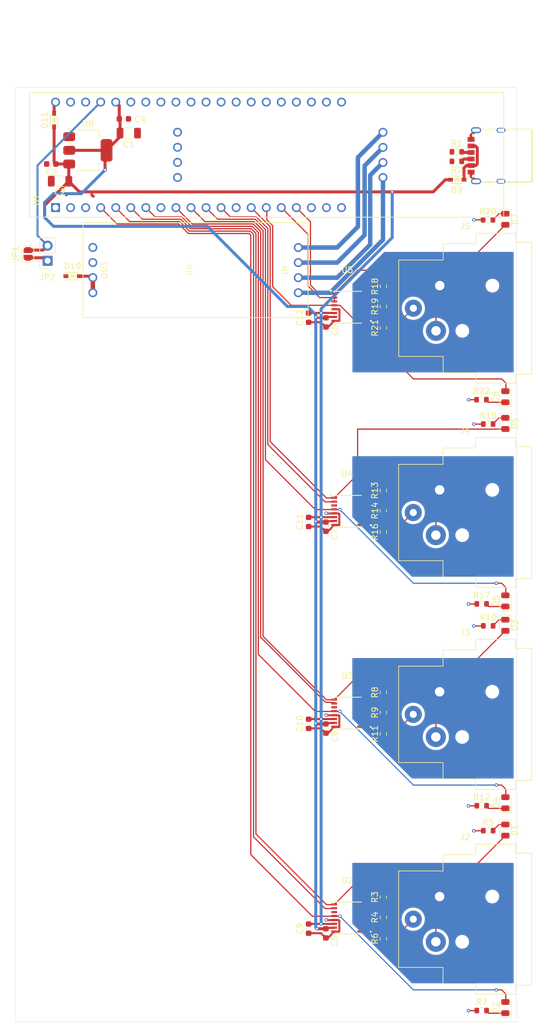
<source format=kicad_pcb>
(kicad_pcb (version 20241229) (generator "pcbnew") (generator_version "9.0")
  (layers (0 "F.Cu" signal) (2 "B.Cu" signal) (13 "F.Paste" user) (15 "B.Paste" user) (5 "F.SilkS" user "F.Silkscreen") (7 "B.SilkS" user "B.Silkscreen") (1 "F.Mask" user) (3 "B.Mask" user) (25 "Edge.Cuts" user))
  (net 0 "")
  (net 1 "Net-(D1-K)")
  (net 2 "DMX1_RX")
  (net 3 "DMX1_TX")
  (net 4 "Net-(D2-K)")
  (net 5 "DMX2_RX")
  (net 6 "DMX2_TX")
  (net 7 "DMX3_RX")
  (net 8 "DMX3_TX")
  (net 9 "DMX4_RX")
  (net 10 "DMX4_TX")
  (net 11 "AGND")
  (net 12 "Net-(U2-B)")
  (net 13 "Net-(U2-A)")
  (net 14 "GND")
  (net 15 "+5V")
  (net 16 "Net-(J6-CC1)")
  (net 17 "Net-(J6-CC2)")
  (net 18 "+5VA")
  (net 19 "+3V3")
  (net 27 "DMX1_DIR")
  (net 30 "DMX4_DIR")
  (net 32 "DMX3_DIR")
  (net 34 "DMX2_DIR")
  (net 42 "Net-(D3-K)")
  (net 43 "Net-(D4-K)")
  (net 44 "Net-(D5-K)")
  (net 45 "Net-(D6-K)")
  (net 46 "Net-(D7-K)")
  (net 47 "Net-(D8-K)")
  (net 48 "Net-(U3-B)")
  (net 49 "Net-(U3-A)")
  (net 50 "Net-(U4-A)")
  (net 51 "Net-(U4-B)")
  (net 52 "Net-(U5-A)")
  (net 53 "Net-(U5-B)")
  (net 54 "Net-(U1-VC1-)")
  (net 55 "Net-(U1-VC1+)")
  (net 56 "Net-(U1-VC2-)")
  (net 57 "Net-(U1-VC2+)")
  (net 61 "+5V USB")
  (net 62 "+5V PoE")
  (net 63 "+5V RP")
  (net 64 "Net-(JP1-B)")
  (footprint "Resistor_SMD:R_0603_1608Metric" (layer "F.Cu") (at 168.5625 57.0075)
    (property "Reference" "R20")
    (property "Value" "75R")
  )
  (footprint "EasyEDA:SOD-323_L1.7-W1.3-LS2.6-RD-1" (layer "F.Cu") (at 95.3385 40.2 90)
    (property "Reference" "D11")
    (property "Value" "B0520WS")
  )
  (footprint "Connector_Audio:Jack_XLR_Neutrik_NC3FAAH_Horizontal" (layer "F.Cu") (at 160.4 102.5)
    (property "Reference" "J4")
    (property "Value" "NC3FAAH")
  )
  (footprint "Capacitor_SMD:C_0603_1608Metric" (layer "F.Cu") (at 107.1135 40)
    (property "Reference" "C4")
    (property "Value" "10u")
  )
  (footprint "LED_SMD:LED_0805_2012Metric" (layer "F.Cu") (at 171.5 56.9075 -90)
    (property "Reference" "D7")
    (property "Value" "YELLOW")
  )
  (footprint "Capacitor_SMD:C_0603_1608Metric" (layer "F.Cu") (at 141.2 108.7 -90)
    (property "Reference" "C7")
    (property "Value" "10u")
  )
  (footprint "Capacitor_SMD:C_1206_3216Metric" (layer "F.Cu") (at 96.3385 50.5 180)
    (property "Reference" "C2")
    (property "Value" "100u")
  )
  (footprint "EasyEDA:SOD-323_L1.7-W1.3-LS2.6-RD-1" (layer "F.Cu") (at 98.4785 66.5)
    (property "Reference" "D10")
    (property "Value" "B0520WS")
  )
  (footprint "Capacitor_SMD:C_0603_1608Metric" (layer "F.Cu") (at 138.3 176.4 -90)
    (property "Reference" "C9")
    (property "Value" "10u")
  )
  (footprint "Resistor_SMD:R_0603_1608Metric" (layer "F.Cu") (at 167.5 155.7)
    (property "Reference" "R12")
    (property "Value" "51R")
  )
  (footprint "Resistor_SMD:R_0603_1608Metric" (layer "F.Cu") (at 150.9 140 90)
    (property "Reference" "R9")
    (property "Value" "120R")
  )
  (footprint "Package_TO_SOT_SMD:SOT-223-3_TabPin2" (layer "F.Cu") (at 101.0385 45.3)
    (property "Reference" "U8")
    (property "Value" "AMS1117-3.3")
  )
  (footprint "W5500-EVB-PICO:WIZPoE Hat" (layer "F.Cu") (at 101.8785 69.29 90)
    (property "Reference" "U6")
    (property "Value" "WIZPoE Hat")
  )
  (footprint "Resistor_SMD:R_0603_1608Metric" (layer "F.Cu") (at 150.9125 71.6125 90)
    (property "Reference" "R19")
    (property "Value" "120R")
  )
  (footprint "Resistor_SMD:R_0603_1608Metric" (layer "F.Cu") (at 168.6 159.9)
    (property "Reference" "R5")
    (property "Value" "75R")
  )
  (footprint "Resistor_SMD:R_0603_1608Metric" (layer "F.Cu") (at 150.9125 75.2125 90)
    (property "Reference" "R21")
    (property "Value" "510R")
  )
  (footprint "EasyEDA:LGA-16_L5.2-W4.7-P0.65-TL_CA-IS2062A-FRANK2" (layer "F.Cu") (at 144.8 174.6)
    (property "Reference" "U2")
    (property "Value" "CA-IS2092A")
  )
  (footprint "EasyEDA:SOD-323_L1.7-W1.3-LS2.6-RD-1" (layer "F.Cu") (at 163.37 50.25)
    (property "Reference" "D9")
    (property "Value" "B0520WS")
  )
  (footprint "EasyEDA:LGA-16_L5.2-W4.7-P0.65-TL_CA-IS2062A-FRANK2" (layer "F.Cu") (at 144.8 140.1)
    (property "Reference" "U3")
    (property "Value" "CA-IS2092A")
  )
  (footprint "Resistor_SMD:R_0603_1608Metric" (layer "F.Cu") (at 168.6 125.4)
    (property "Reference" "R10")
    (property "Value" "75R")
  )
  (footprint "Resistor_SMD:R_0603_1608Metric" (layer "F.Cu") (at 168.6 91.4)
    (property "Reference" "R15")
    (property "Value" "75R")
  )
  (footprint "Resistor_SMD:R_0603_1608Metric" (layer "F.Cu") (at 163.3 47.15 180)
    (property "Reference" "R2")
    (property "Value" "5.1k")
  )
  (footprint "Resistor_SMD:R_0603_1608Metric" (layer "F.Cu") (at 150.9 109.6 90)
    (property "Reference" "R16")
    (property "Value" "510R")
  )
  (footprint "Capacitor_SMD:C_0603_1608Metric" (layer "F.Cu") (at 141.2125 74.2875 -90)
    (property "Reference" "C8")
    (property "Value" "10u")
  )
  (footprint "LED_SMD:LED_0805_2012Metric" (layer "F.Cu") (at 171.5 121.2 90)
    (property "Reference" "D6")
    (property "Value" "RED")
  )
  (footprint "Resistor_SMD:R_0603_1608Metric" (layer "F.Cu") (at 150.9 102.6 90)
    (property "Reference" "R13")
    (property "Value" "510R")
  )
  (footprint "LED_SMD:LED_0805_2012Metric" (layer "F.Cu") (at 171.5 159.8 -90)
    (property "Reference" "D1")
    (property "Value" "YELLOW")
  )
  (footprint "Connector_PinSocket_2.54mm:PinSocket_1x02_P2.54mm_Vertical" (layer "F.Cu") (at 94.2385 63.9 180)
    (property "Reference" "JP2")
    (property "Value" "disable onboard LDO")
  )
  (footprint "Capacitor_SMD:C_0603_1608Metric" (layer "F.Cu") (at 138.3 107.9 -90)
    (property "Reference" "C11")
    (property "Value" "10u")
  )
  (footprint "Connector_Audio:Jack_XLR_Neutrik_NC3FAAH_Horizontal" (layer "F.Cu") (at 160.4225 68.0875)
    (property "Reference" "J5")
    (property "Value" "NC3FAAH")
  )
  (footprint "Resistor_SMD:R_0603_1608Metric" (layer "F.Cu") (at 150.9125 68.2125 90)
    (property "Reference" "R18")
    (property "Value" "510R")
  )
  (footprint "Resistor_SMD:R_0603_1608Metric" (layer "F.Cu") (at 163.3 45.55 180)
    (property "Reference" "R1")
    (property "Value" "5.1k")
  )
  (footprint "Resistor_SMD:R_0603_1608Metric" (layer "F.Cu") (at 150.9 174.5 90)
    (property "Reference" "R4")
    (property "Value" "120R")
  )
  (footprint "Resistor_SMD:R_0603_1608Metric" (layer "F.Cu") (at 167.4625 87.3075)
    (property "Reference" "R22")
    (property "Value" "51R")
  )
  (footprint "Capacitor_SMD:C_1206_3216Metric" (layer "F.Cu") (at 107.9385 42.4)
    (property "Reference" "C1")
    (property "Value" "100u")
  )
  (footprint "Capacitor_SMD:C_0603_1608Metric" (layer "F.Cu") (at 138.3 73.4875 -90)
    (property "Reference" "C12")
    (property "Value" "10u")
  )
  (footprint "Resistor_SMD:R_0603_1608Metric" (layer "F.Cu") (at 150.9 178.1 90)
    (property "Reference" "R6")
    (property "Value" "510R")
  )
  (footprint "Resistor_SMD:R_0603_1608Metric" (layer "F.Cu") (at 150.9 171.1 90)
    (property "Reference" "R3")
    (property "Value" "510R")
  )
  (footprint "Resistor_SMD:R_0603_1608Metric" (layer "F.Cu") (at 167.5 190.2)
    (property "Reference" "R7")
    (property "Value" "51R")
  )
  (footprint "LED_SMD:LED_0805_2012Metric" (layer "F.Cu") (at 171.5 189.7 90)
    (property "Reference" "D2")
    (property "Value" "RED")
  )
  (footprint "Jumper:SolderJumper-2_P1.3mm_Open_RoundedPad1.0x1.5mm" (layer "F.Cu") (at 90.9385 62.75 90)
    (property "Reference" "JP1")
    (property "Value" "disable onboard LDO")
  )
  (footprint "Capacitor_SMD:C_0603_1608Metric" (layer "F.Cu") (at 141.2 142.7 -90)
    (property "Reference" "C6")
    (property "Value" "10u")
  )
  (footprint "Resistor_SMD:R_0603_1608Metric" (layer "F.Cu") (at 150.9 106 90)
    (property "Reference" "R14")
    (property "Value" "120R")
  )
  (footprint "Resistor_SMD:R_0603_1608Metric" (layer "F.Cu") (at 167.5 121.7)
    (property "Reference" "R17")
    (property "Value" "51R")
  )
  (footprint "Resistor_SMD:R_0603_1608Metric" (layer "F.Cu") (at 150.9 143.6 90)
    (property "Reference" "R11")
    (property "Value" "510R")
  )
  (footprint "EasyEDA:LGA-16_L5.2-W4.7-P0.65-TL_CA-IS2062A-FRANK2" (layer "F.Cu") (at 144.8225 71.7325)
    (property "Reference" "U5")
    (property "Value" "CA-IS2092A")
  )
  (footprint "LED_SMD:LED_0805_2012Metric" (layer "F.Cu") (at 171.5 125.3 -90)
    (property "Reference" "D3")
    (property "Value" "YELLOW")
  )
  (footprint "Capacitor_SMD:C_0603_1608Metric" (layer "F.Cu") (at 141.2 177.2 -90)
    (property "Reference" "C5")
    (property "Value" "10u")
  )
  (footprint "Connector_Audio:Jack_XLR_Neutrik_NC3FAAH_Horizontal" (layer "F.Cu") (at 160.4 171)
    (property "Reference" "J2")
    (property "Value" "NC3FAAH")
  )
  (footprint "LED_SMD:LED_0805_2012Metric" (layer "F.Cu") (at 171.5 155.2 90)
    (property "Reference" "D4")
    (property "Value" "RED")
  )
  (footprint "W5500-EVB-PICO:MODULE_W5500-EVB-PICO2" (layer "F.Cu") (at 131.7135 46.06 90)
    (property "Reference" "U1")
    (property "Value" "W5500-EVB-PICO2")
  )
  (footprint "Capacitor_SMD:C_0603_1608Metric" (layer "F.Cu") (at 138.3 141.9 -90)
    (property "Reference" "C10")
    (property "Value" "10u")
  )
  (footprint "Resistor_SMD:R_0603_1608Metric" (layer "F.Cu") (at 150.9 136.6 90)
    (property "Reference" "R8")
    (property "Value" "510R")
  )
  (footprint "EasyEDA:LGA-16_L5.2-W4.7-P0.65-TL_CA-IS2062A-FRANK2" (layer "F.Cu") (at 144.8 106.1)
    (property "Reference" "U4")
    (property "Value" "CA-IS2092A")
  )
  (footprint "Capacitor_SMD:C_0603_1608Metric" (layer "F.Cu") (at 94.8635 47.6 180)
    (property "Reference" "C3")
    (property "Value" "10u")
  )
  (footprint "LED_SMD:LED_0805_2012Metric" (layer "F.Cu") (at 171.5 91.3 -90)
    (property "Reference" "D5")
    (property "Value" "YELLOW")
  )
  (footprint "LED_SMD:LED_0805_2012Metric" (layer "F.Cu") (at 171.5 86.8075 90)
    (property "Reference" "D8")
    (property "Value" "RED")
  )
  (footprint "Connector_Audio:Jack_XLR_Neutrik_NC3FAAH_Horizontal" (layer "F.Cu") (at 160.4 136.5)
    (property "Reference" "J3")
    (property "Value" "NC3FAAH")
  )
  (footprint "EasyEDA:USB-C-SMD_YPE-C-6PWTL-10-0108" (layer "F.Cu") (at 168.2305 46.21 90)
    (property "Reference" "J6" (hide yes))
    (property "Value" "USB_C_Receptacle_PowerOnly_6P")
  )
  (gr_rect (start 88.8 34.7) (end 173.4 192.1) (stroke (width 0.05)) (fill no) (layer "Edge.Cuts"))
  (segment (start 170.4025 158.8825) (end 169.365 159.92) (width 0.2) (layer "F.Cu") (net 1))
  (segment (start 171.39 158.8825) (end 170.4025 158.8825) (width 0.2) (layer "F.Cu") (net 1))
  (segment (start 146.5625 168.4125) (end 163.8225 168.4125) (width 0.2) (layer "F.Cu") (net 2))
  (segment (start 118.32419 58.505) (end 128.608 58.505) (width 0.2) (layer "F.Cu") (net 2))
  (segment (start 116.71919 56.9) (end 118.32419 58.505) (width 0.2) (layer "F.Cu") (net 2))
  (segment (start 141.31 172.365) (end 142.61 172.365) (width 0.2) (layer "F.Cu") (net 2))
  (segment (start 142.61 172.365) (end 146.5625 168.4125) (width 0.2) (layer "F.Cu") (net 2))
  (segment (start 128.608 58.505) (end 129.399 59.296) (width 0.2) (layer "F.Cu") (net 2))
  (segment (start 108.2835 54.95011) (end 110.23339 56.9) (width 0.2) (layer "F.Cu") (net 2))
  (segment (start 129.399 160.454) (end 141.31 172.365) (width 0.2) (layer "F.Cu") (net 2))
  (segment (start 129.399 59.296) (end 129.399 160.454) (width 0.2) (layer "F.Cu") (net 2))
  (segment (start 110.23339 56.9) (end 116.71919 56.9) (width 0.2) (layer "F.Cu") (net 2))
  (segment (start 163.8225 168.4125) (end 171.4775 160.7575) (width 0.2) (layer "F.Cu") (net 2))
  (segment (start 142.61 174.315) (end 140.9 174.315) (width 0.2) (layer "F.Cu") (net 3))
  (segment (start 117.99199 59.307) (end 128.2758 59.307) (width 0.2) (layer "F.Cu") (net 3))
  (segment (start 169.965 186.72) (end 170.865 186.72) (width 0.2) (layer "F.Cu") (net 3))
  (segment (start 142.61 174.315) (end 143.56 174.315) (width 0.2) (layer "F.Cu") (net 3))
  (segment (start 105.95539 57.702) (end 116.38699 57.702) (width 0.2) (layer "F.Cu") (net 3))
  (segment (start 128.5355 59.5667) (end 128.5355 163.9355) (width 0.2) (layer "F.Cu") (net 3))
  (segment (start 171.565 187.42) (end 171.565 188.7825) (width 0.2) (layer "F.Cu") (net 3))
  (segment (start 170.865 186.72) (end 171.565 187.42) (width 0.2) (layer "F.Cu") (net 3))
  (segment (start 140.9 174.315) (end 140.86 174.315) (width 0.2) (layer "F.Cu") (net 3))
  (segment (start 103.2035 54.95011) (end 105.95539 57.702) (width 0.2) (layer "F.Cu") (net 3))
  (segment (start 138.915 174.315) (end 140.9 174.315) (width 0.2) (layer "F.Cu") (net 3))
  (segment (start 143.56 174.315) (end 143.565 174.32) (width 0.2) (layer "F.Cu") (net 3))
  (segment (start 128.5355 163.9355) (end 138.915 174.315) (width 0.2) (layer "F.Cu") (net 3))
  (segment (start 116.38699 57.702) (end 117.99199 59.307) (width 0.2) (layer "F.Cu") (net 3))
  (segment (start 128.2758 59.307) (end 128.5355 59.5667) (width 0.2) (layer "F.Cu") (net 3))
  (via (at 143.565 174.32) (size 0.6) (drill 0.3) (layers "F.Cu" "B.Cu") (net 3))
  (via (at 169.965 186.72) (size 0.6) (drill 0.3) (layers "F.Cu" "B.Cu") (net 3))
  (segment (start 143.565 174.32) (end 155.965 186.72) (width 0.2) (layer "B.Cu") (net 3))
  (segment (start 155.965 186.72) (end 169.965 186.72) (width 0.2) (layer "B.Cu") (net 3))
  (segment (start 168.7025 190.6575) (end 168.265 190.22) (width 0.2) (layer "F.Cu") (net 4))
  (segment (start 171.565 190.6575) (end 168.7025 190.6575) (width 0.2) (layer "F.Cu") (net 4))
  (segment (start 171.4775 126.2575) (end 163.8225 133.9125) (width 0.2) (layer "F.Cu") (net 5))
  (segment (start 130.602 58.7977) (end 129.1063 57.302) (width 0.2) (layer "F.Cu") (net 5))
  (segment (start 142.61 137.865) (end 141.31 137.865) (width 0.2) (layer "F.Cu") (net 5))
  (segment (start 120.79539 57.302) (end 118.4435 54.95011) (width 0.2) (layer "F.Cu") (net 5))
  (segment (start 146.5625 133.9125) (end 142.61 137.865) (width 0.2) (layer "F.Cu") (net 5))
  (segment (start 129.1063 57.302) (end 120.79539 57.302) (width 0.2) (layer "F.Cu") (net 5))
  (segment (start 163.8225 133.9125) (end 146.5625 133.9125) (width 0.2) (layer "F.Cu") (net 5))
  (segment (start 130.602 127.157) (end 130.602 58.7977) (width 0.2) (layer "F.Cu") (net 5))
  (segment (start 141.31 137.865) (end 130.602 127.157) (width 0.2) (layer "F.Cu") (net 5))
  (segment (start 139.415 139.815) (end 129.8 130.2) (width 0.2) (layer "F.Cu") (net 6))
  (segment (start 143.565 139.82) (end 143.56 139.815) (width 0.2) (layer "F.Cu") (net 6))
  (segment (start 170.865 152.22) (end 171.565 152.92) (width 0.2) (layer "F.Cu") (net 6))
  (segment (start 169.965 152.22) (end 170.865 152.22) (width 0.2) (layer "F.Cu") (net 6))
  (segment (start 112.37239 56.499) (end 110.8235 54.95011) (width 0.2) (layer "F.Cu") (net 6))
  (segment (start 110.8235 54.95011) (end 110.8235 55.085) (width 0.2) (layer "F.Cu") (net 6))
  (segment (start 129.8 59.1299) (end 128.7741 58.104) (width 0.2) (layer "F.Cu") (net 6))
  (segment (start 143.56 139.815) (end 139.415 139.815) (width 0.2) (layer "F.Cu") (net 6))
  (segment (start 128.7741 58.104) (end 118.49029 58.104) (width 0.2) (layer "F.Cu") (net 6))
  (segment (start 116.88529 56.499) (end 112.37239 56.499) (width 0.2) (layer "F.Cu") (net 6))
  (segment (start 171.565 152.92) (end 171.565 154.2825) (width 0.2) (layer "F.Cu") (net 6))
  (segment (start 118.49029 58.104) (end 116.88529 56.499) (width 0.2) (layer "F.Cu") (net 6))
  (segment (start 129.8 130.2) (end 129.8 59.1299) (width 0.2) (layer "F.Cu") (net 6))
  (via (at 143.565 139.82) (size 0.6) (drill 0.3) (layers "F.Cu" "B.Cu") (net 6))
  (via (at 169.965 152.22) (size 0.6) (drill 0.3) (layers "F.Cu" "B.Cu") (net 6))
  (segment (start 143.565 139.82) (end 155.965 152.22) (width 0.2) (layer "B.Cu") (net 6))
  (segment (start 155.965 152.22) (end 169.965 152.22) (width 0.2) (layer "B.Cu") (net 6))
  (segment (start 141.31 103.865) (end 142.61 103.865) (width 0.2) (layer "F.Cu") (net 7))
  (segment (start 142.61 103.865) (end 146.5625 99.9125) (width 0.2) (layer "F.Cu") (net 7))
  (segment (start 146.5625 99.9125) (end 146.5625 92.2575) (width 0.2) (layer "F.Cu") (net 7))
  (segment (start 128.60347 54.95011) (end 131.805 58.15164) (width 0.2) (layer "F.Cu") (net 7))
  (segment (start 131.805 58.15164) (end 131.805 94.36) (width 0.2) (layer "F.Cu") (net 7))
  (segment (start 146.5625 92.2575) (end 171.4775 92.2575) (width 0.2) (layer "F.Cu") (net 7))
  (segment (start 131.805 94.36) (end 141.31 103.865) (width 0.2) (layer "F.Cu") (net 7))
  (segment (start 131.003 58.6316) (end 131.003 97.403) (width 0.2) (layer "F.Cu") (net 8))
  (segment (start 170.865 118.22) (end 171.565 118.92) (width 0.2) (layer "F.Cu") (net 8))
  (segment (start 143.56 105.815) (end 143.565 105.82) (width 0.2) (layer "F.Cu") (net 8))
  (segment (start 171.565 118.92) (end 171.565 120.2825) (width 0.2) (layer "F.Cu") (net 8))
  (segment (start 139.415 105.815) (end 143.56 105.815) (width 0.2) (layer "F.Cu") (net 8))
  (segment (start 131.003 97.403) (end 139.415 105.815) (width 0.2) (layer "F.Cu") (net 8))
  (segment (start 169.965 118.22) (end 170.865 118.22) (width 0.2) (layer "F.Cu") (net 8))
  (segment (start 129.2724 56.901) (end 131.003 58.6316) (width 0.2) (layer "F.Cu") (net 8))
  (segment (start 120.9835 54.95011) (end 122.93439 56.901) (width 0.2) (layer "F.Cu") (net 8))
  (segment (start 122.93439 56.901) (end 129.2724 56.901) (width 0.2) (layer "F.Cu") (net 8))
  (via (at 143.565 105.82) (size 0.6) (drill 0.3) (layers "F.Cu" "B.Cu") (net 8))
  (via (at 169.965 118.22) (size 0.6) (drill 0.3) (layers "F.Cu" "B.Cu") (net 8))
  (segment (start 143.565 105.82) (end 155.965 118.22) (width 0.2) (layer "B.Cu") (net 8))
  (segment (start 155.965 118.22) (end 169.965 118.22) (width 0.2) (layer "B.Cu") (net 8))
  (segment (start 140.0667 69.4525) (end 138.601 67.9868) (width 0.2) (layer "F.Cu") (net 9))
  (segment (start 142.6325 69.4525) (end 140.0667 69.4525) (width 0.2) (layer "F.Cu") (net 9))
  (segment (start 138.601 59.2839) (end 138.6 59.2829) (width 0.2) (layer "F.Cu") (net 9))
  (segment (start 163.845 65.5) (end 146.585 65.5) (width 0.2) (layer "F.Cu") (net 9))
  (segment (start 138.6 59.2829) (end 138.6 57.32664) (width 0.2) (layer "F.Cu") (net 9))
  (segment (start 146.585 65.5) (end 142.6325 69.4525) (width 0.2) (layer "F.Cu") (net 9))
  (segment (start 138.6 57.32664) (end 136.22347 54.95011) (width 0.2) (layer "F.Cu") (net 9))
  (segment (start 138.601 67.9868) (end 138.601 59.2839) (width 0.2) (layer "F.Cu") (net 9))
  (segment (start 171.5 57.845) (end 163.845 65.5) (width 0.2) (layer "F.Cu") (net 9))
  (segment (start 132.23047 68.28047) (end 135.3525 71.4025) (width 0.2) (layer "F.Cu") (net 10))
  (segment (start 131.143469 54.95011) (end 131.2385 55.045141) (width 0.2) (layer "F.Cu") (net 10))
  (segment (start 143.5875 71.4075) (end 155.9875 83.8075) (width 0.2) (layer "F.Cu") (net 10))
  (segment (start 135.3525 71.4025) (end 142.6325 71.4025) (width 0.2) (layer "F.Cu") (net 10))
  (segment (start 155.9875 83.8075) (end 169.9875 83.8075) (width 0.2) (layer "F.Cu") (net 10))
  (segment (start 131.2385 57) (end 132.23047 57.99197) (width 0.2) (layer "F.Cu") (net 10))
  (segment (start 169.9875 83.8075) (end 170.8875 83.8075) (width 0.2) (layer "F.Cu") (net 10))
  (segment (start 171.5875 84.5075) (end 171.5875 85.87) (width 0.2) (layer "F.Cu") (net 10))
  (segment (start 142.6325 71.4025) (end 143.5825 71.4025) (width 0.2) (layer "F.Cu") (net 10))
  (segment (start 170.8875 83.8075) (end 171.5875 84.5075) (width 0.2) (layer "F.Cu") (net 10))
  (segment (start 132.23047 57.99197) (end 132.23047 68.28047) (width 0.2) (layer "F.Cu") (net 10))
  (segment (start 143.5825 71.4025) (end 143.5875 71.4075) (width 0.2) (layer "F.Cu") (net 10))
  (segment (start 131.2385 55.045141) (end 131.2385 57) (width 0.2) (layer "F.Cu") (net 10))
  (segment (start 148.8875 74.0125) (end 150.9125 76.0375) (width 0.35) (layer "F.Cu") (net 11))
  (segment (start 146.99 176.925) (end 148.59 176.925) (width 0.35) (layer "F.Cu") (net 11))
  (segment (start 147.0125 74.0125) (end 148.6125 74.0125) (width 0.35) (layer "F.Cu") (net 11))
  (segment (start 148.59 108.425) (end 148.765 108.425) (width 0.35) (layer "F.Cu") (net 11))
  (segment (start 148.59 107.5) (end 148.59 108.425) (width 0.35) (layer "F.Cu") (net 11))
  (segment (start 148.865 108.425) (end 150.89 110.45) (width 0.35) (layer "F.Cu") (net 11))
  (segment (start 146.99 174.975) (end 147.565 174.975) (width 0.35) (layer "F.Cu") (net 11))
  (segment (start 147.565 106.475) (end 148.59 107.5) (width 0.35) (layer "F.Cu") (net 11))
  (segment (start 148.59 141.5) (end 148.59 142.425) (width 0.35) (layer "F.Cu") (net 11))
  (segment (start 148.6125 74.0125) (end 148.7875 74.0125) (width 0.35) (layer "F.Cu") (net 11))
  (segment (start 148.7875 74.0125) (end 148.8875 74.0125) (width 0.35) (layer "F.Cu") (net 11))
  (segment (start 148.59 142.425) (end 148.765 142.425) (width 0.35) (layer "F.Cu") (net 11))
  (segment (start 146.99 108.425) (end 148.59 108.425) (width 0.35) (layer "F.Cu") (net 11))
  (segment (start 146.99 142.425) (end 148.59 142.425) (width 0.35) (layer "F.Cu") (net 11))
  (segment (start 148.59 176.925) (end 148.765 176.925) (width 0.35) (layer "F.Cu") (net 11))
  (segment (start 146.99 106.475) (end 147.565 106.475) (width 0.35) (layer "F.Cu") (net 11))
  (segment (start 147.565 174.975) (end 148.59 176) (width 0.35) (layer "F.Cu") (net 11))
  (segment (start 147.0125 72.0625) (end 147.5875 72.0625) (width 0.35) (layer "F.Cu") (net 11))
  (segment (start 148.765 108.425) (end 148.865 108.425) (width 0.35) (layer "F.Cu") (net 11))
  (segment (start 148.765 142.425) (end 148.865 142.425) (width 0.35) (layer "F.Cu") (net 11))
  (segment (start 148.865 176.925) (end 150.89 178.95) (width 0.35) (layer "F.Cu") (net 11))
  (segment (start 148.59 176) (end 148.59 176.925) (width 0.35) (layer "F.Cu") (net 11))
  (segment (start 147.5875 72.0625) (end 148.6125 73.0875) (width 0.35) (layer "F.Cu") (net 11))
  (segment (start 146.99 140.475) (end 147.565 140.475) (width 0.35) (layer "F.Cu") (net 11))
  (segment (start 148.6125 73.0875) (end 148.6125 74.0125) (width 0.35) (layer "F.Cu") (net 11))
  (segment (start 148.765 176.925) (end 148.865 176.925) (width 0.35) (layer "F.Cu") (net 11))
  (segment (start 147.565 140.475) (end 148.59 141.5) (width 0.35) (layer "F.Cu") (net 11))
  (segment (start 148.865 142.425) (end 150.89 144.45) (width 0.35) (layer "F.Cu") (net 11))
  (via (at 148.765 108.425) (size 0.6) (drill 0.3) (layers "F.Cu" "B.Cu") (net 11))
  (via (at 148.7875 74.0125) (size 0.6) (drill 0.3) (layers "F.Cu" "B.Cu") (net 11))
  (via (at 148.765 176.925) (size 0.6) (drill 0.3) (layers "F.Cu" "B.Cu") (net 11))
  (via (at 148.765 142.425) (size 0.6) (drill 0.3) (layers "F.Cu" "B.Cu") (net 11))
  (segment (start 159.765 175.6) (end 159.765 178.62) (width 0.2) (layer "F.Cu") (net 12))
  (segment (start 156.79 172.625) (end 159.765 175.6) (width 0.2) (layer "F.Cu") (net 12))
  (segment (start 149.825 173.015) (end 146.99 173.015) (width 0.2) (layer "F.Cu") (net 12))
  (segment (start 150.89 173.7) (end 150.89 171.95) (width 0.2) (layer "F.Cu") (net 12))
  (segment (start 150.89 173.7) (end 151.965 172.625) (width 0.2) (layer "F.Cu") (net 12))
  (segment (start 150.89 171.95) (end 149.825 173.015) (width 0.2) (layer "F.Cu") (net 12))
  (segment (start 151.965 172.625) (end 156.79 172.625) (width 0.2) (layer "F.Cu") (net 12))
  (segment (start 153.46 177.3) (end 155.95 174.81) (width 0.2) (layer "F.Cu") (net 13))
  (segment (start 150.89 177.3) (end 150.89 175.35) (width 0.2) (layer "F.Cu") (net 13))
  (segment (start 149.205 173.665) (end 146.99 173.665) (width 0.2) (layer "F.Cu") (net 13))
  (segment (start 150.89 177.3) (end 153.46 177.3) (width 0.2) (layer "F.Cu") (net 13))
  (segment (start 150.89 175.35) (end 149.205 173.665) (width 0.2) (layer "F.Cu") (net 13))
  (segment (start 143.382 140.475) (end 143.476 140.569) (width 0.35) (layer "F.Cu") (net 14))
  (segment (start 143.4045 72.0625) (end 143.4985 72.1565) (width 0.35) (layer "F.Cu") (net 14))
  (segment (start 143.476 140.569) (end 143.476 142.399) (width 0.35) (layer "F.Cu") (net 14))
  (segment (start 90.9385 63.4) (end 93.7385 63.4) (width 0.5) (layer "F.Cu") (net 14))
  (segment (start 165.7105 48.96) (end 165.7105 49.67) (width 0.5) (layer "F.Cu") (net 14))
  (segment (start 143.476 142.399) (end 143.45 142.425) (width 0.35) (layer "F.Cu") (net 14))
  (segment (start 143.45 108.425) (end 142.61 108.425) (width 0.35) (layer "F.Cu") (net 14))
  (segment (start 142.61 142.425) (end 141.56 143.475) (width 0.35) (layer "F.Cu") (net 14))
  (segment (start 141.56 109.475) (end 141.19 109.475) (width 0.35) (layer "F.Cu") (net 14))
  (segment (start 140.4125 74.2625) (end 138.2 74.2625) (width 0.35) (layer "F.Cu") (net 14))
  (segment (start 166.615 155.72) (end 165.265 155.72) (width 0.2) (layer "F.Cu") (net 14))
  (segment (start 141.316 140.475) (end 143.382 140.475) (width 0.35) (layer "F.Cu") (net 14))
  (segment (start 141.19 109.475) (end 140.39 108.675) (width 0.35) (layer "F.Cu") (net 14))
  (segment (start 142.6325 72.0625) (end 143.4045 72.0625) (width 0.35) (layer "F.Cu") (net 14))
  (segment (start 141.56 143.475) (end 141.19 143.475) (width 0.35) (layer "F.Cu") (net 14))
  (segment (start 165.7105 43.46) (end 165.7105 42.75) (width 0.5) (layer "F.Cu") (net 14))
  (segment (start 141.265 174.924) (end 141.316 174.975) (width 0.35) (layer "F.Cu") (net 14))
  (segment (start 166.615 190.22) (end 165.265 190.22) (width 0.2) (layer "F.Cu") (net 14))
  (segment (start 143.382 174.975) (end 143.476 175.069) (width 0.35) (layer "F.Cu") (net 14))
  (segment (start 143.382 106.475) (end 143.476 106.569) (width 0.35) (layer "F.Cu") (net 14))
  (segment (start 141.56 177.975) (end 141.19 177.975) (width 0.35) (layer "F.Cu") (net 14))
  (segment (start 93.7385 63.4) (end 94.2385 63.9) (width 0.5) (layer "F.Cu") (net 14))
  (segment (start 142.61 108.425) (end 141.56 109.475) (width 0.35) (layer "F.Cu") (net 14))
  (segment (start 143.476 106.569) (end 143.476 108.399) (width 0.35) (layer "F.Cu") (net 14))
  (segment (start 143.476 175.069) (end 143.476 176.899) (width 0.35) (layer "F.Cu") (net 14))
  (segment (start 166.6375 87.3075) (end 165.2875 87.3075) (width 0.2) (layer "F.Cu") (net 14))
  (segment (start 165.7105 42.75) (end 166.5505 41.91) (width 0.5) (layer "F.Cu") (net 14))
  (segment (start 167.715 91.42) (end 166.165 91.42) (width 0.2) (layer "F.Cu") (net 14))
  (segment (start 141.316 174.975) (end 143.382 174.975) (width 0.35) (layer "F.Cu") (net 14))
  (segment (start 165.7105 49.67) (end 166.5505 50.51) (width 0.5) (layer "F.Cu") (net 14))
  (segment (start 142.61 176.925) (end 141.56 177.975) (width 0.35) (layer "F.Cu") (net 14))
  (segment (start 143.4985 73.9865) (end 143.4725 74.0125) (width 0.35) (layer "F.Cu") (net 14))
  (segment (start 143.4725 74.0125) (end 142.6325 74.0125) (width 0.35) (layer "F.Cu") (net 14))
  (segment (start 141.19 143.475) (end 140.39 142.675) (width 0.35) (layer "F.Cu") (net 14))
  (segment (start 143.45 142.425) (end 142.61 142.425) (width 0.35) (layer "F.Cu") (net 14))
  (segment (start 143.476 108.399) (end 143.45 108.425) (width 0.35) (layer "F.Cu") (net 14))
  (segment (start 143.4985 72.1565) (end 143.4985 73.9865) (width 0.35) (layer "F.Cu") (net 14))
  (segment (start 141.316 106.475) (end 143.382 106.475) (width 0.35) (layer "F.Cu") (net 14))
  (segment (start 141.2125 75.0625) (end 141.5825 75.0625) (width 0.35) (layer "F.Cu") (net 14))
  (segment (start 141.19 177.975) (end 140.39 177.175) (width 0.35) (layer "F.Cu") (net 14))
  (segment (start 141.265 106.424) (end 141.316 106.475) (width 0.35) (layer "F.Cu") (net 14))
  (segment (start 141.5825 75.0625) (end 142.6325 74.0125) (width 0.35) (layer "F.Cu") (net 14))
  (segment (start 140.39 142.675) (end 138.3 142.675) (width 0.35) (layer "F.Cu") (net 14))
  (segment (start 167.715 125.42) (end 166.165 125.42) (width 0.2) (layer "F.Cu") (net 14))
  (segment (start 167.7375 57.0075) (end 166.1875 57.0075) (width 0.2) (layer "F.Cu") (net 14))
  (segment (start 141.265 140.424) (end 141.316 140.475) (width 0.35) (layer "F.Cu") (net 14))
  (segment (start 140.39 177.175) (end 138.3 177.175) (width 0.35) (layer "F.Cu") (net 14))
  (segment (start 143.476 176.899) (end 143.45 176.925) (width 0.35) (layer "F.Cu") (net 14))
  (segment (start 141.2125 75.0625) (end 140.4125 74.2625) (width 0.35) (layer "F.Cu") (net 14))
  (segment (start 143.45 176.925) (end 142.61 176.925) (width 0.35) (layer "F.Cu") (net 14))
  (segment (start 167.715 159.92) (end 166.165 159.92) (width 0.2) (layer "F.Cu") (net 14))
  (segment (start 140.39 108.675) (end 138.3 108.675) (width 0.35) (layer "F.Cu") (net 14))
  (segment (start 166.615 121.72) (end 165.265 121.72) (width 0.2) (layer "F.Cu") (net 14))
  (via (at 166.165 125.42) (size 0.6) (drill 0.3) (layers "F.Cu" "B.Cu") (net 14))
  (via (at 165.265 190.22) (size 0.6) (drill 0.3) (layers "F.Cu" "B.Cu") (net 14))
  (via (at 141.265 174.924) (size 0.6) (drill 0.3) (layers "F.Cu" "B.Cu") (net 14))
  (via (at 166.1875 57.0075) (size 0.6) (drill 0.3) (layers "F.Cu" "B.Cu") (net 14))
  (via (at 165.265 121.72) (size 0.6) (drill 0.3) (layers "F.Cu" "B.Cu") (net 14))
  (via (at 166.165 91.42) (size 0.6) (drill 0.3) (layers "F.Cu" "B.Cu") (net 14))
  (via (at 166.165 159.92) (size 0.6) (drill 0.3) (layers "F.Cu" "B.Cu") (net 14))
  (via (at 165.265 155.72) (size 0.6) (drill 0.3) (layers "F.Cu" "B.Cu") (net 14))
  (via (at 141.265 106.424) (size 0.6) (drill 0.3) (layers "F.Cu" "B.Cu") (net 14))
  (via (at 165.2875 87.3075) (size 0.6) (drill 0.3) (layers "F.Cu" "B.Cu") (net 14))
  (via (at 141.265 140.424) (size 0.6) (drill 0.3) (layers "F.Cu" "B.Cu") (net 14))
  (segment (start 97.4 52.8) (end 97.4 52.66) (width 0.5) (layer "F.Cu") (net 15))
  (segment (start 142.584 107.099) (end 138.326 107.099) (width 0.35) (layer "F.Cu") (net 15))
  (segment (start 138.226 72.6865) (end 138.2 72.7125) (width 0.35) (layer "F.Cu") (net 15))
  (segment (start 93.7385 56.2) (end 93.7385 54.575) (width 0.5) (layer "F.Cu") (net 15))
  (segment (start 138.326 141.099) (end 138.3 141.125) (width 0.35) (layer "F.Cu") (net 15))
  (segment (start 97.8135 50.5) (end 97.8135 47.675) (width 0.5) (layer "F.Cu") (net 15))
  (segment (start 162.23 50.25) (end 161.3675 50.25) (width 0.5) (layer "F.Cu") (net 15))
  (segment (start 142.61 107.125) (end 142.584 107.099) (width 0.35) (layer "F.Cu") (net 15))
  (segment (start 142.61 175.625) (end 142.584 175.599) (width 0.35) (layer "F.Cu") (net 15))
  (segment (start 142.584 141.099) (end 138.326 141.099) (width 0.35) (layer "F.Cu") (net 15))
  (segment (start 95.6385 47.6) (end 97.8885 47.6) (width 0.5) (layer "F.Cu") (net 15))
  (segment (start 142.6325 72.7125) (end 142.6065 72.6865) (width 0.35) (layer "F.Cu") (net 15))
  (segment (start 95.3385 41.34) (end 95.3385 47.3) (width 0.5) (layer "F.Cu") (net 15))
  (segment (start 161.3675 50.25) (end 159.3175 52.3) (width 0.5) (layer "F.Cu") (net 15))
  (segment (start 138.326 107.099) (end 138.3 107.125) (width 0.35) (layer "F.Cu") (net 15))
  (segment (start 99.6135 52.3) (end 152.4 52.3) (width 0.5) (layer "F.Cu") (net 15))
  (segment (start 95.3385 47.3) (end 95.6385 47.6) (width 0.5) (layer "F.Cu") (net 15))
  (segment (start 138.326 175.599) (end 138.3 175.625) (width 0.35) (layer "F.Cu") (net 15))
  (segment (start 142.584 175.599) (end 138.326 175.599) (width 0.35) (layer "F.Cu") (net 15))
  (segment (start 97.8135 50.5) (end 99.6135 52.3) (width 0.5) (layer "F.Cu") (net 15))
  (segment (start 97.8135 47.675) (end 97.8885 47.6) (width 0.5) (layer "F.Cu") (net 15))
  (segment (start 142.6065 72.6865) (end 138.226 72.6865) (width 0.35) (layer "F.Cu") (net 15))
  (segment (start 93.7385 54.575) (end 97.8135 50.5) (width 0.5) (layer "F.Cu") (net 15))
  (segment (start 140.412701 72.7125) (end 140.491409 72.633792) (width 0.2) (layer "F.Cu") (net 15))
  (segment (start 142.61 141.125) (end 142.584 141.099) (width 0.35) (layer "F.Cu") (net 15))
  (segment (start 101.7 52.8) (end 101.94 53.04) (width 0.5) (layer "F.Cu") (net 15))
  (segment (start 152.4 52.3) (end 159.3175 52.3) (width 0.5) (layer "F.Cu") (net 15))
  (via (at 140.4 175.6) (size 0.6) (drill 0.3) (layers "F.Cu" "B.Cu") (net 15))
  (via (at 152.4 52.3) (size 0.6) (drill 0.3) (layers "F.Cu" "B.Cu") (net 15))
  (via (at 140.4 72.7) (size 0.6) (drill 0.3) (layers "F.Cu" "B.Cu") (net 15))
  (via (at 140.4 141.1) (size 0.6) (drill 0.3) (layers "F.Cu" "B.Cu") (net 15))
  (via (at 140.4 107.1) (size 0.6) (drill 0.3) (layers "F.Cu" "B.Cu") (net 15))
  (segment (start 140.4 72) (end 140.4 72.7) (width 0.5) (layer "B.Cu") (net 15))
  (segment (start 152.4 60) (end 140.4 72) (width 0.5) (layer "B.Cu") (net 15))
  (segment (start 140.4 141.1) (end 140.4 175.6) (width 0.5) (layer "B.Cu") (net 15))
  (segment (start 140.4 72.7) (end 140.4 107.1) (width 0.5) (layer "B.Cu") (net 15))
  (segment (start 152.4 52.3) (end 152.4 60) (width 0.5) (layer "B.Cu") (net 15))
  (segment (start 140.4 107.1) (end 140.4 141.1) (width 0.5) (layer "B.Cu") (net 15))
  (segment (start 164.235 45.66) (end 164.125 45.55) (width 0.5) (layer "F.Cu") (net 16))
  (segment (start 164.275 45.7) (end 164.125 45.55) (width 0.35) (layer "F.Cu") (net 16))
  (segment (start 165.7105 45.66) (end 164.235 45.66) (width 0.5) (layer "F.Cu") (net 16))
  (segment (start 165.7105 46.76) (end 164.515 46.76) (width 0.5) (layer "F.Cu") (net 17))
  (segment (start 164.515 46.76) (end 164.125 47.15) (width 0.5) (layer "F.Cu") (net 17))
  (segment (start 146.228 139.815) (end 146.99 139.815) (width 0.35) (layer "F.Cu") (net 18))
  (segment (start 146.228 105.815) (end 146.99 105.815) (width 0.35) (layer "F.Cu") (net 18))
  (segment (start 146.99 107.775) (end 146.99 107.125) (width 0.35) (layer "F.Cu") (net 18))
  (segment (start 146.124 139.919) (end 146.228 139.815) (width 0.35) (layer "F.Cu") (net 18))
  (segment (start 146.124 171.809) (end 147.633 170.3) (width 0.35) (layer "F.Cu") (net 18))
  (segment (start 146.124 137.309) (end 147.633 135.8) (width 0.35) (layer "F.Cu") (net 18))
  (segment (start 147.6555 67.3875) (end 150.9125 67.3875) (width 0.35) (layer "F.Cu") (net 18))
  (segment (start 146.2505 71.4025) (end 147.0125 71.4025) (width 0.35) (layer "F.Cu") (net 18))
  (segment (start 146.124 141.099) (end 146.124 139.919) (width 0.35) (layer "F.Cu") (net 18))
  (segment (start 146.1465 71.5065) (end 146.1465 68.8965) (width 0.35) (layer "F.Cu") (net 18))
  (segment (start 146.1725 72.7125) (end 146.1465 72.6865) (width 0.35) (layer "F.Cu") (net 18))
  (segment (start 146.1465 71.5065) (end 146.2505 71.4025) (width 0.35) (layer "F.Cu") (net 18))
  (segment (start 147.0125 72.7125) (end 146.1725 72.7125) (width 0.35) (layer "F.Cu") (net 18))
  (segment (start 146.124 175.599) (end 146.124 174.419) (width 0.35) (layer "F.Cu") (net 18))
  (segment (start 146.99 141.125) (end 146.15 141.125) (width 0.35) (layer "F.Cu") (net 18))
  (segment (start 146.124 107.099) (end 146.124 105.919) (width 0.35) (layer "F.Cu") (net 18))
  (segment (start 146.228 174.315) (end 146.99 174.315) (width 0.35) (layer "F.Cu") (net 18))
  (segment (start 146.99 107.125) (end 146.15 107.125) (width 0.35) (layer "F.Cu") (net 18))
  (segment (start 146.15 141.125) (end 146.124 141.099) (width 0.35) (layer "F.Cu") (net 18))
  (segment (start 146.124 105.919) (end 146.124 103.309) (width 0.35) (layer "F.Cu") (net 18))
  (segment (start 146.99 175.625) (end 146.15 175.625) (width 0.35) (layer "F.Cu") (net 18))
  (segment (start 146.99 141.775) (end 146.99 141.125) (width 0.35) (layer "F.Cu") (net 18))
  (segment (start 146.15 107.125) (end 146.124 107.099) (width 0.35) (layer "F.Cu") (net 18))
  (segment (start 146.124 174.419) (end 146.228 174.315) (width 0.35) (layer "F.Cu") (net 18))
  (segment (start 146.99 176.275) (end 146.99 175.625) (width 0.35) (layer "F.Cu") (net 18))
  (segment (start 146.124 105.919) (end 146.228 105.815) (width 0.35) (layer "F.Cu") (net 18))
  (segment (start 146.1465 68.8965) (end 147.6555 67.3875) (width 0.35) (layer "F.Cu") (net 18))
  (segment (start 147.633 101.8) (end 150.89 101.8) (width 0.35) (layer "F.Cu") (net 18))
  (segment (start 146.124 139.919) (end 146.124 137.309) (width 0.35) (layer "F.Cu") (net 18))
  (segment (start 146.124 103.309) (end 147.633 101.8) (width 0.35) (layer "F.Cu") (net 18))
  (segment (start 147.0125 73.3625) (end 147.0125 72.7125) (width 0.35) (layer "F.Cu") (net 18))
  (segment (start 147.633 170.3) (end 150.89 170.3) (width 0.35) (layer "F.Cu") (net 18))
  (segment (start 147.633 135.8) (end 150.89 135.8) (width 0.35) (layer "F.Cu") (net 18))
  (segment (start 146.15 175.625) (end 146.124 175.599) (width 0.35) (layer "F.Cu") (net 18))
  (segment (start 146.1465 72.6865) (end 146.1465 71.5065) (width 0.35) (layer "F.Cu") (net 18))
  (segment (start 146.124 174.419) (end 146.124 171.809) (width 0.35) (layer "F.Cu") (net 18))
  (segment (start 106.4635 42.4) (end 106.4635 43.025) (width 0.5) (layer "F.Cu") (net 19))
  (segment (start 142.61 107.775) (end 141.34 107.775) (width 0.35) (layer "F.Cu") (net 19))
  (segment (start 141.2 107.925) (end 139.625 107.925) (width 0.5) (layer "F.Cu") (net 19))
  (segment (start 139.625 141.925) (end 139.5 141.8) (width 0.5) (layer "F.Cu") (net 19))
  (segment (start 106.3385 40) (end 106.3385 37.76511) (width 0.5) (layer "F.Cu") (net 19))
  (segment (start 139.6125 73.5125) (end 139.5 73.4) (width 0.35) (layer "F.Cu") (net 19))
  (segment (start 106.4635 43.025) (end 104.1885 45.3) (width 0.5) (layer "F.Cu") (net 19))
  (segment (start 139.725 176.425) (end 139.7 176.4) (width 0.5) (layer "F.Cu") (net 19))
  (segment (start 141.2 176.425) (end 139.725 176.425) (width 0.5) (layer "F.Cu") (net 19))
  (segment (start 141.3625 73.3625) (end 141.2125 73.5125) (width 0.35) (layer "F.Cu") (net 19))
  (segment (start 103.9385 45.55) (end 104.1885 45.3) (width 0.5) (layer "F.Cu") (net 19))
  (segment (start 106.4635 42.4) (end 106.4635 40.125) (width 0.5) (layer "F.Cu") (net 19))
  (segment (start 104.1885 45.3) (end 97.8885 45.3) (width 0.5) (layer "F.Cu") (net 19))
  (segment (start 141.34 141.775) (end 141.19 141.925) (width 0.35) (layer "F.Cu") (net 19))
  (segment (start 103.9385 48.6) (end 103.9385 45.55) (width 0.5) (layer "F.Cu") (net 19))
  (segment (start 141.34 176.275) (end 141.19 176.425) (width 0.35) (layer "F.Cu") (net 19))
  (segment (start 142.61 176.275) (end 141.34 176.275) (width 0.35) (layer "F.Cu") (net 19))
  (segment (start 106.4635 40.125) (end 106.3385 40) (width 0.5) (layer "F.Cu") (net 19))
  (segment (start 106.3385 37.76511) (end 105.7435 37.17011) (width 0.5) (layer "F.Cu") (net 19))
  (segment (start 141.34 107.775) (end 141.19 107.925) (width 0.35) (layer "F.Cu") (net 19))
  (segment (start 139.625 107.925) (end 139.5 107.8) (width 0.5) (layer "F.Cu") (net 19))
  (segment (start 142.6325 73.3625) (end 141.3625 73.3625) (width 0.35) (layer "F.Cu") (net 19))
  (segment (start 141.2 141.925) (end 139.625 141.925) (width 0.5) (layer "F.Cu") (net 19))
  (segment (start 142.61 141.775) (end 141.34 141.775) (width 0.35) (layer "F.Cu") (net 19))
  (segment (start 141.2125 73.5125) (end 139.6125 73.5125) (width 0.35) (layer "F.Cu") (net 19))
  (via (at 139.5 141.8) (size 0.6) (drill 0.3) (layers "F.Cu" "B.Cu") (net 19))
  (via (at 139.5 107.8) (size 0.6) (drill 0.3) (layers "F.Cu" "B.Cu") (net 19))
  (via (at 139.5 73.4) (size 0.6) (drill 0.3) (layers "F.Cu" "B.Cu") (net 19))
  (via (at 103.9385 48.6) (size 0.6) (drill 0.3) (layers "F.Cu" "B.Cu") (net 19))
  (via (at 139.7 176.4) (size 0.6) (drill 0.3) (layers "F.Cu" "B.Cu") (net 19))
  (segment (start 139.5 176.2) (end 139.5 141.8) (width 0.5) (layer "B.Cu") (net 19))
  (segment (start 134.7 71.6) (end 138.1 71.6) (width 0.5) (layer "B.Cu") (net 19))
  (segment (start 139.5 141.8) (end 139.5 107.8) (width 0.5) (layer "B.Cu") (net 19))
  (segment (start 95.2385 58.1) (end 121.2 58.1) (width 0.5) (layer "B.Cu") (net 19))
  (segment (start 139.5 107.8) (end 139.5 73.4) (width 0.5) (layer "B.Cu") (net 19))
  (segment (start 138.1 71.6) (end 139.5 73) (width 0.5) (layer "B.Cu") (net 19))
  (segment (start 95.2385 52.6) (end 93.7385 54.1) (width 0.5) (layer "B.Cu") (net 19))
  (segment (start 99.9385 52.6) (end 95.2385 52.6) (width 0.5) (layer "B.Cu") (net 19))
  (segment (start 121.2 58.1) (end 134.7 71.6) (width 0.5) (layer "B.Cu") (net 19))
  (segment (start 93.7385 54.1) (end 93.7385 56.6) (width 0.5) (layer "B.Cu") (net 19))
  (segment (start 139.7 176.4) (end 139.5 176.2) (width 0.5) (layer "B.Cu") (net 19))
  (segment (start 103.9385 48.6) (end 99.9385 52.6) (width 0.5) (layer "B.Cu") (net 19))
  (segment (start 139.5 73) (end 139.5 73.4) (width 0.5) (layer "B.Cu") (net 19))
  (segment (start 93.7385 56.6) (end 95.2385 58.1) (width 0.5) (layer "B.Cu") (net 19))
  (segment (start 128.998 160.953) (end 128.998 59.4621) (width 0.2) (layer "F.Cu") (net 27))
  (segment (start 128.998 59.4621) (end 128.4419 58.906) (width 0.2) (layer "F.Cu") (net 27))
  (segment (start 142.61 173.015) (end 141.06 173.015) (width 0.2) (layer "F.Cu") (net 27))
  (segment (start 116.55309 57.301) (end 108.09439 57.301) (width 0.2) (layer "F.Cu") (net 27))
  (segment (start 118.15809 58.906) (end 116.55309 57.301) (width 0.2) (layer "F.Cu") (net 27))
  (segment (start 108.09439 57.301) (end 105.7435 54.95011) (width 0.2) (layer "F.Cu") (net 27))
  (segment (start 141.06 173.015) (end 128.998 160.953) (width 0.2) (layer "F.Cu") (net 27))
  (segment (start 128.4419 58.906) (end 118.15809 58.906) (width 0.2) (layer "F.Cu") (net 27))
  (segment (start 140.1496 70.1025) (end 138.2 68.1529) (width 0.2) (layer "F.Cu") (net 30))
  (segment (start 142.6325 70.7525) (end 142.6325 70.1025) (width 0.2) (layer "F.Cu") (net 30))
  (segment (start 138.2 68.1529) (end 138.2 59.45) (width 0.2) (layer "F.Cu") (net 30))
  (segment (start 142.6325 70.1025) (end 140.1496 70.1025) (width 0.2) (layer "F.Cu") (net 30))
  (segment (start 133.70011 54.95011) (end 133.68347 54.95011) (width 0.2) (layer "F.Cu") (net 30))
  (segment (start 138.2 59.45) (end 133.70011 54.95011) (width 0.2) (layer "F.Cu") (net 30))
  (segment (start 125.07336 56.5) (end 123.52347 54.95011) (width 0.2) (layer "F.Cu") (net 32))
  (segment (start 131.404 94.859) (end 131.404 58.4655) (width 0.2) (layer "F.Cu") (net 32))
  (segment (start 131.404 58.4655) (end 129.4385 56.5) (width 0.2) (layer "F.Cu") (net 32))
  (segment (start 141.06 104.515) (end 131.404 94.859) (width 0.2) (layer "F.Cu") (net 32))
  (segment (start 129.4385 56.5) (end 125.07336 56.5) (width 0.2) (layer "F.Cu") (net 32))
  (segment (start 142.61 104.515) (end 141.06 104.515) (width 0.2) (layer "F.Cu") (net 32))
  (segment (start 141.819 138.266) (end 141.819 138.301) (width 0.2) (layer "F.Cu") (net 34))
  (segment (start 130.201 127.3231) (end 141.1439 138.266) (width 0.2) (layer "F.Cu") (net 34))
  (segment (start 141.819 138.301) (end 142.61 138.301) (width 0.2) (layer "F.Cu") (net 34))
  (segment (start 130.201 58.9638) (end 130.201 127.3231) (width 0.2) (layer "F.Cu") (net 34))
  (segment (start 115.9035 54.95011) (end 118.65639 57.703) (width 0.2) (layer "F.Cu") (net 34))
  (segment (start 142.61 138.301) (end 142.61 138.515) (width 0.2) (layer "F.Cu") (net 34))
  (segment (start 118.65639 57.703) (end 128.9402 57.703) (width 0.2) (layer "F.Cu") (net 34))
  (segment (start 141.1439 138.266) (end 141.819 138.266) (width 0.2) (layer "F.Cu") (net 34))
  (segment (start 128.9402 57.703) (end 130.201 58.9638) (width 0.2) (layer "F.Cu") (net 34))
  (segment (start 171.39 124.3825) (end 170.4025 124.3825) (width 0.2) (layer "F.Cu") (net 42))
  (segment (start 170.4025 124.3825) (end 169.365 125.42) (width 0.2) (layer "F.Cu") (net 42))
  (segment (start 171.565 156.1575) (end 168.7025 156.1575) (width 0.2) (layer "F.Cu") (net 43))
  (segment (start 168.7025 156.1575) (end 168.265 155.72) (width 0.2) (layer "F.Cu") (net 43))
  (segment (start 170.4025 90.3825) (end 169.365 91.42) (width 0.2) (layer "F.Cu") (net 44))
  (segment (start 171.39 90.3825) (end 170.4025 90.3825) (width 0.2) (layer "F.Cu") (net 44))
  (segment (start 168.7025 122.1575) (end 168.265 121.72) (width 0.2) (layer "F.Cu") (net 45))
  (segment (start 171.565 122.1575) (end 168.7025 122.1575) (width 0.2) (layer "F.Cu") (net 45))
  (segment (start 170.425 55.97) (end 169.3875 57.0075) (width 0.2) (layer "F.Cu") (net 46))
  (segment (start 171.4125 55.97) (end 170.425 55.97) (width 0.2) (layer "F.Cu") (net 46))
  (segment (start 171.5875 87.745) (end 168.725 87.745) (width 0.2) (layer "F.Cu") (net 47))
  (segment (start 168.725 87.745) (end 168.2875 87.3075) (width 0.2) (layer "F.Cu") (net 47))
  (segment (start 150.89 139.2) (end 151.965 138.125) (width 0.2) (layer "F.Cu") (net 48))
  (segment (start 150.89 139.2) (end 150.89 137.45) (width 0.2) (layer "F.Cu") (net 48))
  (segment (start 151.965 138.125) (end 156.79 138.125) (width 0.2) (layer "F.Cu") (net 48))
  (segment (start 150.89 137.45) (end 149.825 138.515) (width 0.2) (layer "F.Cu") (net 48))
  (segment (start 159.765 141.1) (end 159.765 144.12) (width 0.2) (layer "F.Cu") (net 48))
  (segment (start 156.79 138.125) (end 159.765 141.1) (width 0.2) (layer "F.Cu") (net 48))
  (segment (start 149.825 138.515) (end 146.99 138.515) (width 0.2) (layer "F.Cu") (net 48))
  (segment (start 150.89 140.85) (end 149.205 139.165) (width 0.2) (layer "F.Cu") (net 49))
  (segment (start 150.89 142.8) (end 150.89 140.85) (width 0.2) (layer "F.Cu") (net 49))
  (segment (start 150.89 142.8) (end 153.46 142.8) (width 0.2) (layer "F.Cu") (net 49))
  (segment (start 153.46 142.8) (end 155.95 140.31) (width 0.2) (layer "F.Cu") (net 49))
  (segment (start 149.205 139.165) (end 146.99 139.165) (width 0.2) (layer "F.Cu") (net 49))
  (segment (start 150.89 106.85) (end 149.205 105.165) (width 0.2) (layer "F.Cu") (net 50))
  (segment (start 150.89 108.8) (end 153.46 108.8) (width 0.2) (layer "F.Cu") (net 50))
  (segment (start 150.89 108.8) (end 150.89 106.85) (width 0.2) (layer "F.Cu") (net 50))
  (segment (start 149.205 105.165) (end 146.99 105.165) (width 0.2) (layer "F.Cu") (net 50))
  (segment (start 153.46 108.8) (end 155.95 106.31) (width 0.2) (layer "F.Cu") (net 50))
  (segment (start 151.965 104.125) (end 156.79 104.125) (width 0.2) (layer "F.Cu") (net 51))
  (segment (start 150.89 103.45) (end 149.825 104.515) (width 0.2) (layer "F.Cu") (net 51))
  (segment (start 150.89 105.2) (end 150.89 103.45) (width 0.2) (layer "F.Cu") (net 51))
  (segment (start 159.765 107.1) (end 159.765 110.12) (width 0.2) (layer "F.Cu") (net 51))
  (segment (start 150.89 105.2) (end 151.965 104.125) (width 0.2) (layer "F.Cu") (net 51))
  (segment (start 149.825 104.515) (end 146.99 104.515) (width 0.2) (layer "F.Cu") (net 51))
  (segment (start 156.79 104.125) (end 159.765 107.1) (width 0.2) (layer "F.Cu") (net 51))
  (segment (start 149.2275 70.7525) (end 147.0125 70.7525) (width 0.2) (layer "F.Cu") (net 52))
  (segment (start 153.4825 74.3875) (end 155.9725 71.8975) (width 0.2) (layer "F.Cu") (net 52))
  (segment (start 150.9125 74.3875) (end 153.4825 74.3875) (width 0.2) (layer "F.Cu") (net 52))
  (segment (start 150.9125 74.3875) (end 150.9125 72.4375) (width 0.2) (layer "F.Cu") (net 52))
  (segment (start 150.9125 72.4375) (end 149.2275 70.7525) (width 0.2) (layer "F.Cu") (net 52))
  (segment (start 151.9875 69.7125) (end 156.8125 69.7125) (width 0.2) (layer "F.Cu") (net 53))
  (segment (start 150.9125 70.7875) (end 150.9125 69.0375) (width 0.2) (layer "F.Cu") (net 53))
  (segment (start 150.9125 69.0375) (end 149.8475 70.1025) (width 0.2) (layer "F.Cu") (net 53))
  (segment (start 150.9125 70.7875) (end 151.9875 69.7125) (width 0.2) (layer "F.Cu") (net 53))
  (segment (start 156.8125 69.7125) (end 159.7875 72.6875) (width 0.2) (layer "F.Cu") (net 53))
  (segment (start 149.8475 70.1025) (end 147.0125 70.1025) (width 0.2) (layer "F.Cu") (net 53))
  (segment (start 159.7875 72.6875) (end 159.7875 75.7075) (width 0.2) (layer "F.Cu") (net 53))
  (segment (start 148.6895 49.489) (end 148.6895 61.168) (width 0.75) (layer "B.Cu") (net 54))
  (segment (start 143.1075 66.75) (end 136.5475 66.75) (width 0.75) (layer "B.Cu") (net 54))
  (segment (start 148.6895 61.168) (end 143.1075 66.75) (width 0.75) (layer "B.Cu") (net 54))
  (segment (start 150.8385 47.34) (end 148.6895 49.489) (width 0.75) (layer "B.Cu") (net 54))
  (segment (start 136.5475 69.29) (end 141.912418 69.29) (width 0.75) (layer "B.Cu") (net 55))
  (segment (start 141.912418 69.29) (end 150.8385 60.363918) (width 0.75) (layer "B.Cu") (net 55))
  (segment (start 150.8385 60.363918) (end 150.8385 49.88) (width 0.75) (layer "B.Cu") (net 55))
  (segment (start 150.8385 42.26) (end 146.6075 46.491) (width 0.75) (layer "B.Cu") (net 56))
  (segment (start 146.6075 58.17) (end 146.6075 46.491) (width 0.75) (layer "B.Cu") (net 56))
  (segment (start 143.1075 61.67) (end 136.5475 61.67) (width 0.75) (layer "B.Cu") (net 56))
  (segment (start 143.1075 61.67) (end 146.6075 58.17) (width 0.75) (layer "B.Cu") (net 56))
  (segment (start 147.7385 47.9) (end 147.7385 59.579) (width 0.75) (layer "B.Cu") (net 57))
  (segment (start 150.8385 44.8) (end 147.7385 47.9) (width 0.75) (layer "B.Cu") (net 57))
  (segment (start 143.1075 64.21) (end 136.5475 64.21) (width 0.75) (layer "B.Cu") (net 57))
  (segment (start 147.7385 59.579) (end 143.1075 64.21) (width 0.75) (layer "B.Cu") (net 57))
  (segment (start 166.449 44.56) (end 165.7105 44.56) (width 0.5) (layer "F.Cu") (net 61))
  (segment (start 164.51 48.2685) (end 164.51 50.25) (width 0.5) (layer "F.Cu") (net 61))
  (segment (start 165.7105 47.86) (end 166.5025 47.86) (width 0.5) (layer "F.Cu") (net 61))
  (segment (start 165.7105 47.86) (end 164.9185 47.86) (width 0.5) (layer "F.Cu") (net 61))
  (segment (start 166.5025 47.86) (end 166.7515 47.611) (width 0.5) (layer "F.Cu") (net 61))
  (segment (start 166.7515 47.611) (end 166.7515 44.8625) (width 0.5) (layer "F.Cu") (net 61))
  (segment (start 164.9185 47.86) (end 164.51 48.2685) (width 0.5) (layer "F.Cu") (net 61))
  (segment (start 166.7515 44.8625) (end 166.449 44.56) (width 0.5) (layer "F.Cu") (net 61))
  (segment (start 101.8785 66.74) (end 101.8785 69.28) (width 0.75) (layer "F.Cu") (net 62))
  (segment (start 99.6185 66.5) (end 101.6385 66.5) (width 0.5) (layer "F.Cu") (net 62))
  (segment (start 95.3385 37.41511) (end 95.5835 37.17011) (width 0.5) (layer "F.Cu") (net 63))
  (segment (start 95.3385 39.06) (end 95.3385 37.41511) (width 0.5) (layer "F.Cu") (net 63))
  (segment (start 93.4985 62.1) (end 94.2385 61.36) (width 0.5) (layer "F.Cu") (net 64))
  (segment (start 90.9385 62.1) (end 93.4985 62.1) (width 0.5) (layer "F.Cu") (net 64))
  (segment (start 92.5385 47.83511) (end 92.5385 59.66) (width 0.35) (layer "B.Cu") (net 64))
  (segment (start 92.5385 59.66) (end 94.2385 61.36) (width 0.35) (layer "B.Cu") (net 64))
  (segment (start 103.2035 37.17011) (end 92.5385 47.83511) (width 0.35) (layer "B.Cu") (net 64))
  (zone (net 11) (net_name "AGND") (layer "B.Cu") (name "AGND") (connect_pads yes (clearance 0.5)) (min_thickness 0.25) (fill yes (thermal_gap 0.5) (thermal_bridge_width 0.5))
    (polygon (pts (xy 145.665 130.82) (xy 176.165 130.82) (xy 176.165 151.12) (xy 145.665 151.12)))
  )
  (zone (net 11) (net_name "AGND") (layer "B.Cu") (name "AGND") (connect_pads yes (clearance 0.5)) (min_thickness 0.25) (fill yes (thermal_gap 0.5) (thermal_bridge_width 0.5))
    (polygon (pts (xy 145.6875 62.4075) (xy 176.1875 62.4075) (xy 176.1875 82.7075) (xy 145.6875 82.7075)))
  )
  (zone (net 11) (net_name "AGND") (layer "B.Cu") (name "AGND") (connect_pads yes (clearance 0.5)) (min_thickness 0.25) (fill yes (thermal_gap 0.5) (thermal_bridge_width 0.5))
    (polygon (pts (xy 145.665 96.82) (xy 176.165 96.82) (xy 176.165 117.12) (xy 145.665 117.12)))
  )
  (zone (net 11) (net_name "AGND") (layer "B.Cu") (name "AGND") (connect_pads yes (clearance 0.5)) (min_thickness 0.25) (fill yes (thermal_gap 0.5) (thermal_bridge_width 0.5))
    (polygon (pts (xy 145.665 165.32) (xy 176.165 165.32) (xy 176.165 185.62) (xy 145.665 185.62)))
  )
)
</source>
